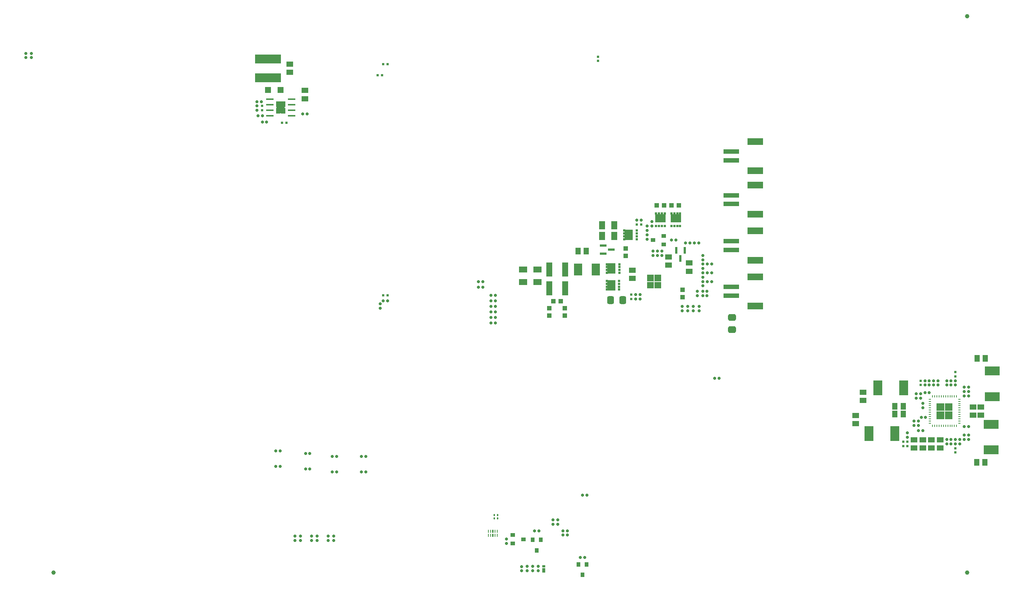
<source format=gbp>
G04 Layer_Color=128*
%FSLAX24Y24*%
%MOIN*%
G70*
G01*
G75*
G04:AMPARAMS|DCode=11|XSize=25.6mil|YSize=23.6mil|CornerRadius=5.9mil|HoleSize=0mil|Usage=FLASHONLY|Rotation=180.000|XOffset=0mil|YOffset=0mil|HoleType=Round|Shape=RoundedRectangle|*
%AMROUNDEDRECTD11*
21,1,0.0256,0.0118,0,0,180.0*
21,1,0.0138,0.0236,0,0,180.0*
1,1,0.0118,-0.0069,0.0059*
1,1,0.0118,0.0069,0.0059*
1,1,0.0118,0.0069,-0.0059*
1,1,0.0118,-0.0069,-0.0059*
%
%ADD11ROUNDEDRECTD11*%
G04:AMPARAMS|DCode=12|XSize=25.6mil|YSize=23.6mil|CornerRadius=5.9mil|HoleSize=0mil|Usage=FLASHONLY|Rotation=90.000|XOffset=0mil|YOffset=0mil|HoleType=Round|Shape=RoundedRectangle|*
%AMROUNDEDRECTD12*
21,1,0.0256,0.0118,0,0,90.0*
21,1,0.0138,0.0236,0,0,90.0*
1,1,0.0118,0.0059,0.0069*
1,1,0.0118,0.0059,-0.0069*
1,1,0.0118,-0.0059,-0.0069*
1,1,0.0118,-0.0059,0.0069*
%
%ADD12ROUNDEDRECTD12*%
%ADD13R,0.0197X0.0236*%
%ADD14R,0.0236X0.0197*%
%ADD17R,0.0610X0.0217*%
%ADD18C,0.0394*%
%ADD24R,0.0394X0.0433*%
%ADD28R,0.0531X0.0728*%
%ADD29R,0.0512X0.0591*%
G04:AMPARAMS|DCode=30|XSize=70.9mil|YSize=63mil|CornerRadius=15.7mil|HoleSize=0mil|Usage=FLASHONLY|Rotation=180.000|XOffset=0mil|YOffset=0mil|HoleType=Round|Shape=RoundedRectangle|*
%AMROUNDEDRECTD30*
21,1,0.0709,0.0315,0,0,180.0*
21,1,0.0394,0.0630,0,0,180.0*
1,1,0.0315,-0.0197,0.0157*
1,1,0.0315,0.0197,0.0157*
1,1,0.0315,0.0197,-0.0157*
1,1,0.0315,-0.0197,-0.0157*
%
%ADD30ROUNDEDRECTD30*%
%ADD31R,0.0335X0.0394*%
%ADD32R,0.0335X0.0394*%
%ADD36R,0.0433X0.0394*%
%ADD46R,0.0728X0.0531*%
%ADD49R,0.0394X0.0335*%
%ADD50R,0.0394X0.0335*%
G04:AMPARAMS|DCode=58|XSize=15.7mil|YSize=17.7mil|CornerRadius=3.9mil|HoleSize=0mil|Usage=FLASHONLY|Rotation=180.000|XOffset=0mil|YOffset=0mil|HoleType=Round|Shape=RoundedRectangle|*
%AMROUNDEDRECTD58*
21,1,0.0157,0.0098,0,0,180.0*
21,1,0.0079,0.0177,0,0,180.0*
1,1,0.0079,-0.0039,0.0049*
1,1,0.0079,0.0039,0.0049*
1,1,0.0079,0.0039,-0.0049*
1,1,0.0079,-0.0039,-0.0049*
%
%ADD58ROUNDEDRECTD58*%
%ADD59R,0.0079X0.0266*%
%ADD60R,0.0157X0.0266*%
%ADD69R,0.0591X0.0512*%
%ADD131R,0.1378X0.0787*%
%ADD132R,0.0787X0.1378*%
%ADD135R,0.0276X0.0413*%
%ADD136R,0.0276X0.0205*%
%ADD137O,0.0236X0.0094*%
%ADD138O,0.0094X0.0236*%
%ADD140R,0.2362X0.0787*%
%ADD141R,0.0551X0.0551*%
%ADD142R,0.0551X0.1299*%
%ADD143R,0.0754X0.1098*%
G04:AMPARAMS|DCode=144|XSize=70.9mil|YSize=63mil|CornerRadius=15.7mil|HoleSize=0mil|Usage=FLASHONLY|Rotation=90.000|XOffset=0mil|YOffset=0mil|HoleType=Round|Shape=RoundedRectangle|*
%AMROUNDEDRECTD144*
21,1,0.0709,0.0315,0,0,90.0*
21,1,0.0394,0.0630,0,0,90.0*
1,1,0.0315,0.0157,0.0197*
1,1,0.0315,0.0157,-0.0197*
1,1,0.0315,-0.0157,-0.0197*
1,1,0.0315,-0.0157,0.0197*
%
%ADD144ROUNDEDRECTD144*%
%ADD145R,0.0248X0.0197*%
%ADD146R,0.0748X0.0965*%
%ADD147R,0.0217X0.0610*%
%ADD148R,0.0197X0.0248*%
%ADD149R,0.0965X0.0748*%
%ADD151R,0.1417X0.0602*%
%ADD152R,0.1417X0.0433*%
%ADD281O,0.0707X0.0156*%
%ADD282R,0.0759X0.1101*%
%ADD283R,0.0010X0.0010*%
%ADD284O,0.0156X0.0014*%
%ADD285O,0.0014X0.0156*%
%ADD286R,0.0010X0.0010*%
G36*
X88171Y17330D02*
X87488Y17330D01*
X87488Y18013D01*
X88171Y18013D01*
X88171Y17330D01*
X88171Y17330D02*
G37*
G36*
X61189Y28383D02*
X60604Y28383D01*
X60604Y28968D01*
X61189Y28968D01*
X61189Y28383D01*
X61189Y28383D02*
G37*
G36*
X61853Y28383D02*
X61268Y28383D01*
X61268Y28968D01*
X61853Y28968D01*
X61853Y28383D01*
X61853Y28383D02*
G37*
G36*
X87409Y16569D02*
X86726Y16569D01*
X86726Y17252D01*
X87409Y17252D01*
X87409Y16569D01*
X87409Y16569D02*
G37*
G36*
X88171Y16569D02*
X87488Y16569D01*
X87488Y17252D01*
X88171Y17252D01*
X88171Y16569D01*
X88171Y16569D02*
G37*
G36*
X87409Y17330D02*
X86726Y17330D01*
X86726Y18013D01*
X87409Y18013D01*
X87409Y17330D01*
X87409Y17330D02*
G37*
G36*
X27909Y44195D02*
X27539Y44195D01*
X27539Y44711D01*
X27909Y44711D01*
X27909Y44195D01*
X27909Y44195D02*
G37*
G36*
X27461Y44789D02*
X27091Y44789D01*
X27091Y45305D01*
X27461Y45305D01*
X27461Y44789D01*
X27461Y44789D02*
G37*
G36*
X27909Y44789D02*
X27539Y44789D01*
X27539Y45305D01*
X27909Y45305D01*
X27909Y44789D01*
X27909Y44789D02*
G37*
G36*
X61189Y29047D02*
X60604Y29047D01*
X60604Y29632D01*
X61189Y29632D01*
X61189Y29047D01*
X61189Y29047D02*
G37*
G36*
X61853Y29047D02*
X61268Y29047D01*
X61268Y29632D01*
X61853Y29632D01*
X61853Y29047D01*
X61853Y29047D02*
G37*
G36*
X27461Y44195D02*
X27091Y44195D01*
X27091Y44711D01*
X27461Y44711D01*
X27461Y44195D01*
X27461Y44195D02*
G37*
D11*
X86071Y19653D02*
D03*
X86071Y20047D02*
D03*
X85677Y19653D02*
D03*
X85677Y20047D02*
D03*
X87646Y14732D02*
D03*
X87646Y14338D02*
D03*
X88039Y14732D02*
D03*
X88039Y14338D02*
D03*
X87646Y19653D02*
D03*
X87646Y20047D02*
D03*
X88039Y19653D02*
D03*
X88039Y20047D02*
D03*
X5000Y49250D02*
D03*
X5000Y49644D02*
D03*
X50250Y3250D02*
D03*
X50250Y2856D02*
D03*
X49250Y3247D02*
D03*
X49250Y2853D02*
D03*
X49750Y3250D02*
D03*
X49750Y2856D02*
D03*
X50750Y3250D02*
D03*
X50750Y2856D02*
D03*
X65120Y27728D02*
D03*
X65120Y28122D02*
D03*
X47874Y5335D02*
D03*
X47874Y5728D02*
D03*
X52520Y7067D02*
D03*
X52520Y7461D02*
D03*
X52087Y7067D02*
D03*
X52087Y7461D02*
D03*
X88433Y19653D02*
D03*
X88433Y20047D02*
D03*
X86858Y19653D02*
D03*
X86858Y20047D02*
D03*
X86465Y20047D02*
D03*
X86465Y19653D02*
D03*
X88433Y14338D02*
D03*
X88433Y14732D02*
D03*
X88827Y14338D02*
D03*
X88827Y14732D02*
D03*
X84102Y14929D02*
D03*
X84102Y15322D02*
D03*
X84890Y18472D02*
D03*
X84890Y18866D02*
D03*
X85283Y18866D02*
D03*
X85283Y18472D02*
D03*
X85480Y17606D02*
D03*
X85480Y18000D02*
D03*
X4500Y49250D02*
D03*
X4500Y49644D02*
D03*
X25354Y44894D02*
D03*
X25354Y44500D02*
D03*
X36500Y26603D02*
D03*
X36500Y26997D02*
D03*
X59949Y27826D02*
D03*
X59949Y27433D02*
D03*
X59556Y27433D02*
D03*
X59556Y27826D02*
D03*
X65300Y26750D02*
D03*
X65300Y26356D02*
D03*
X64750Y26750D02*
D03*
X64750Y26356D02*
D03*
X64250Y26750D02*
D03*
X64250Y26356D02*
D03*
X63750Y26750D02*
D03*
X63750Y26356D02*
D03*
X61130Y31370D02*
D03*
X61130Y31763D02*
D03*
X65620Y28614D02*
D03*
X65620Y29007D02*
D03*
X65620Y29401D02*
D03*
X65620Y29795D02*
D03*
X65620Y30189D02*
D03*
X65620Y30582D02*
D03*
X65620Y30976D02*
D03*
X65620Y31370D02*
D03*
X61524Y31763D02*
D03*
X61524Y31370D02*
D03*
X61918Y31763D02*
D03*
X61918Y31370D02*
D03*
X61032Y34421D02*
D03*
X61032Y34027D02*
D03*
X60599Y33633D02*
D03*
X60599Y34027D02*
D03*
X60599Y33240D02*
D03*
X60599Y32846D02*
D03*
X29276Y5606D02*
D03*
X29276Y6000D02*
D03*
X28776Y5606D02*
D03*
X28776Y6000D02*
D03*
X30776Y5606D02*
D03*
X30776Y6000D02*
D03*
X30276Y5606D02*
D03*
X30276Y6000D02*
D03*
X31776Y5606D02*
D03*
X31776Y6000D02*
D03*
X32276Y5606D02*
D03*
X32276Y6000D02*
D03*
D12*
X25354Y45262D02*
D03*
X25748Y45262D02*
D03*
X85480Y15519D02*
D03*
X85087Y15519D02*
D03*
X67080Y20264D02*
D03*
X66686Y20264D02*
D03*
X54553Y4050D02*
D03*
X54947Y4050D02*
D03*
X53386Y6083D02*
D03*
X52992Y6083D02*
D03*
X53386Y6476D02*
D03*
X52992Y6476D02*
D03*
X50433Y6476D02*
D03*
X50827Y6476D02*
D03*
X54764Y9685D02*
D03*
X55157Y9685D02*
D03*
X89614Y15126D02*
D03*
X89220Y15126D02*
D03*
X89220Y14732D02*
D03*
X89614Y14732D02*
D03*
X89614Y15913D02*
D03*
X89220Y15913D02*
D03*
X89614Y19456D02*
D03*
X89220Y19456D02*
D03*
X89614Y19063D02*
D03*
X89220Y19063D02*
D03*
X89614Y18669D02*
D03*
X89220Y18669D02*
D03*
X84693Y16011D02*
D03*
X85087Y16011D02*
D03*
X85087Y16405D02*
D03*
X84693Y16405D02*
D03*
X85343Y16740D02*
D03*
X85736Y16740D02*
D03*
X85677Y18964D02*
D03*
X86071Y18964D02*
D03*
X29488Y44159D02*
D03*
X29882Y44159D02*
D03*
X25846Y43441D02*
D03*
X26240Y43441D02*
D03*
X25453Y44000D02*
D03*
X25846Y44000D02*
D03*
X37144Y27250D02*
D03*
X36750Y27250D02*
D03*
X45356Y29000D02*
D03*
X45750Y29000D02*
D03*
X45356Y28500D02*
D03*
X45750Y28500D02*
D03*
X46900Y25250D02*
D03*
X46506Y25250D02*
D03*
X46506Y25750D02*
D03*
X46900Y25750D02*
D03*
X46506Y26250D02*
D03*
X46900Y26250D02*
D03*
X46506Y26750D02*
D03*
X46900Y26750D02*
D03*
X46506Y27250D02*
D03*
X46900Y27250D02*
D03*
X46506Y27750D02*
D03*
X46900Y27750D02*
D03*
X65613Y27728D02*
D03*
X66006Y27728D02*
D03*
X65613Y28122D02*
D03*
X66006Y28122D02*
D03*
X66408Y29007D02*
D03*
X66014Y29007D02*
D03*
X66408Y29795D02*
D03*
X66014Y29795D02*
D03*
X66408Y30582D02*
D03*
X66014Y30582D02*
D03*
X64853Y32500D02*
D03*
X65247Y32500D02*
D03*
X64447Y32500D02*
D03*
X64053Y32500D02*
D03*
X63197Y32748D02*
D03*
X62804Y32748D02*
D03*
X60048Y34571D02*
D03*
X59654Y34571D02*
D03*
X27050Y13700D02*
D03*
X27444Y13700D02*
D03*
X27050Y12300D02*
D03*
X27444Y12300D02*
D03*
X29744Y12050D02*
D03*
X30137Y12050D02*
D03*
X29744Y13450D02*
D03*
X30137Y13450D02*
D03*
X32150Y13200D02*
D03*
X32544Y13200D02*
D03*
X32150Y11800D02*
D03*
X32544Y11800D02*
D03*
X34800Y13185D02*
D03*
X35194Y13185D02*
D03*
X34800Y11785D02*
D03*
X35194Y11785D02*
D03*
D13*
X28012Y43372D02*
D03*
X27618Y43372D02*
D03*
X37144Y27750D02*
D03*
X36750Y27750D02*
D03*
X36772Y48650D02*
D03*
X37166Y48650D02*
D03*
X36666Y47650D02*
D03*
X36272Y47650D02*
D03*
X60048Y34177D02*
D03*
X59654Y34177D02*
D03*
D14*
X25827Y44500D02*
D03*
X25827Y44894D02*
D03*
X85283Y19653D02*
D03*
X85283Y20047D02*
D03*
X83709Y14535D02*
D03*
X83709Y14141D02*
D03*
X84102Y14535D02*
D03*
X84102Y14141D02*
D03*
X88433Y13944D02*
D03*
X88433Y13551D02*
D03*
X88433Y20441D02*
D03*
X88433Y20834D02*
D03*
X56169Y48953D02*
D03*
X56169Y49347D02*
D03*
X59162Y27433D02*
D03*
X59162Y27826D02*
D03*
D17*
X57364Y31900D02*
D03*
X56636Y32274D02*
D03*
X56636Y31526D02*
D03*
D18*
X89500Y2700D02*
D03*
X89500Y53000D02*
D03*
X7000Y2700D02*
D03*
D24*
X51760Y26586D02*
D03*
X51760Y25917D02*
D03*
X53158Y26586D02*
D03*
X53158Y25917D02*
D03*
X58650Y31315D02*
D03*
X58650Y31985D02*
D03*
X63788Y28259D02*
D03*
X63788Y27590D02*
D03*
D28*
X57629Y34106D02*
D03*
X56507Y34106D02*
D03*
X57629Y33122D02*
D03*
X56507Y33122D02*
D03*
D29*
X90376Y22050D02*
D03*
X91124Y22050D02*
D03*
X90352Y12650D02*
D03*
X91100Y12650D02*
D03*
X83709Y17015D02*
D03*
X82961Y17015D02*
D03*
X83709Y17724D02*
D03*
X82961Y17724D02*
D03*
X55089Y31776D02*
D03*
X54341Y31776D02*
D03*
D30*
X68250Y25750D02*
D03*
X68250Y24648D02*
D03*
D31*
X54750Y2500D02*
D03*
X54376Y3445D02*
D03*
X50630Y4705D02*
D03*
X50256Y5650D02*
D03*
D32*
X55124Y3445D02*
D03*
X51004Y5650D02*
D03*
D36*
X52804Y27236D02*
D03*
X52134Y27236D02*
D03*
X62804Y35897D02*
D03*
X63473Y35897D02*
D03*
X61445Y35897D02*
D03*
X62115Y35897D02*
D03*
D46*
X50697Y28968D02*
D03*
X50697Y30090D02*
D03*
X49398Y28968D02*
D03*
X49398Y30090D02*
D03*
D49*
X49409Y5709D02*
D03*
X48465Y5335D02*
D03*
X61130Y32748D02*
D03*
X62075Y33122D02*
D03*
D50*
X48465Y6083D02*
D03*
X62075Y32374D02*
D03*
D58*
X46800Y7888D02*
D03*
X46800Y7612D02*
D03*
X47100Y7888D02*
D03*
X47100Y7612D02*
D03*
D59*
X46847Y6078D02*
D03*
X47044Y6078D02*
D03*
X46256Y6078D02*
D03*
X46453Y6078D02*
D03*
X47044Y6422D02*
D03*
X46847Y6422D02*
D03*
X46453Y6422D02*
D03*
X46256Y6422D02*
D03*
D60*
X46650Y6078D02*
D03*
X46650Y6422D02*
D03*
D69*
X90717Y17665D02*
D03*
X90717Y16917D02*
D03*
X90008Y17665D02*
D03*
X90008Y16917D02*
D03*
X80100Y18252D02*
D03*
X80100Y19000D02*
D03*
X79439Y16902D02*
D03*
X79439Y16154D02*
D03*
X84693Y13964D02*
D03*
X84693Y14712D02*
D03*
X85480Y13964D02*
D03*
X85480Y14712D02*
D03*
X86268Y13964D02*
D03*
X86268Y14712D02*
D03*
X87055Y13964D02*
D03*
X87055Y14712D02*
D03*
X28307Y47919D02*
D03*
X28307Y48667D02*
D03*
X29685Y46285D02*
D03*
X29685Y45537D02*
D03*
X59260Y29283D02*
D03*
X59260Y30031D02*
D03*
X64383Y29946D02*
D03*
X64383Y30694D02*
D03*
X62508Y30485D02*
D03*
X62508Y31233D02*
D03*
D131*
X91750Y18600D02*
D03*
X91750Y20923D02*
D03*
X91650Y16111D02*
D03*
X91650Y13789D02*
D03*
D132*
X83761Y19400D02*
D03*
X81439Y19400D02*
D03*
X82961Y15250D02*
D03*
X80639Y15250D02*
D03*
D135*
X51250Y2890D02*
D03*
D136*
X51250Y3250D02*
D03*
D137*
X88787Y18374D02*
D03*
X88787Y18177D02*
D03*
X88787Y17980D02*
D03*
X88787Y17783D02*
D03*
X88787Y17586D02*
D03*
X88787Y17389D02*
D03*
X88787Y17193D02*
D03*
X88787Y16996D02*
D03*
X88787Y16799D02*
D03*
X88787Y16602D02*
D03*
X88787Y16405D02*
D03*
X88787Y16208D02*
D03*
X86110Y16208D02*
D03*
X86110Y16405D02*
D03*
X86110Y16602D02*
D03*
X86110Y16799D02*
D03*
X86110Y16996D02*
D03*
X86110Y17193D02*
D03*
X86110Y17389D02*
D03*
X86110Y17586D02*
D03*
X86110Y17783D02*
D03*
X86110Y17980D02*
D03*
X86110Y18177D02*
D03*
X86110Y18374D02*
D03*
D138*
X88532Y15952D02*
D03*
X88335Y15952D02*
D03*
X88138Y15952D02*
D03*
X87941Y15952D02*
D03*
X87744Y15952D02*
D03*
X87547Y15952D02*
D03*
X87350Y15952D02*
D03*
X87154Y15952D02*
D03*
X86957Y15952D02*
D03*
X86760Y15952D02*
D03*
X86563Y15952D02*
D03*
X86366Y15952D02*
D03*
X86366Y18630D02*
D03*
X86563Y18630D02*
D03*
X86760Y18630D02*
D03*
X86957Y18630D02*
D03*
X87154Y18630D02*
D03*
X87350Y18630D02*
D03*
X87547Y18630D02*
D03*
X87744Y18630D02*
D03*
X87941Y18630D02*
D03*
X88138Y18630D02*
D03*
X88335Y18630D02*
D03*
X88532Y18630D02*
D03*
D140*
X26358Y47447D02*
D03*
X26358Y49140D02*
D03*
D141*
X26358Y46325D02*
D03*
X27500Y46325D02*
D03*
D142*
X51760Y30090D02*
D03*
X53178Y30090D02*
D03*
X53178Y28397D02*
D03*
X51760Y28397D02*
D03*
D143*
X55953Y30110D02*
D03*
X54349Y30110D02*
D03*
D144*
X58394Y27334D02*
D03*
X57292Y27334D02*
D03*
D145*
X58073Y28289D02*
D03*
X58073Y28545D02*
D03*
X58073Y28801D02*
D03*
X58073Y29057D02*
D03*
X56943Y28289D02*
D03*
X56943Y28545D02*
D03*
X56943Y28801D02*
D03*
X56943Y29057D02*
D03*
X58089Y29805D02*
D03*
X58089Y30061D02*
D03*
X58089Y30317D02*
D03*
X58089Y30572D02*
D03*
X56959Y29805D02*
D03*
X56959Y30061D02*
D03*
X56959Y30317D02*
D03*
X56959Y30572D02*
D03*
X59650Y32846D02*
D03*
X59650Y33102D02*
D03*
X59650Y33358D02*
D03*
X59650Y33614D02*
D03*
X58520Y32846D02*
D03*
X58520Y33102D02*
D03*
X58520Y33358D02*
D03*
X58520Y33614D02*
D03*
D146*
X57355Y28673D02*
D03*
X57370Y30189D02*
D03*
X58931Y33230D02*
D03*
D147*
X63600Y31086D02*
D03*
X63974Y31814D02*
D03*
X63226Y31814D02*
D03*
D148*
X62804Y34027D02*
D03*
X63059Y34027D02*
D03*
X63315Y34027D02*
D03*
X63571Y34027D02*
D03*
X62804Y35157D02*
D03*
X63059Y35157D02*
D03*
X63315Y35157D02*
D03*
X63571Y35157D02*
D03*
X61406Y34027D02*
D03*
X61662Y34027D02*
D03*
X61918Y34027D02*
D03*
X62174Y34027D02*
D03*
X61406Y35157D02*
D03*
X61662Y35157D02*
D03*
X61918Y35157D02*
D03*
X62174Y35157D02*
D03*
D149*
X63187Y34746D02*
D03*
X61790Y34746D02*
D03*
D151*
X70358Y35089D02*
D03*
X70358Y37727D02*
D03*
X70358Y39039D02*
D03*
X70358Y41677D02*
D03*
X70358Y30946D02*
D03*
X70358Y33583D02*
D03*
X70358Y26803D02*
D03*
X70358Y29441D02*
D03*
D152*
X68193Y36015D02*
D03*
X68193Y36802D02*
D03*
X68193Y39965D02*
D03*
X68193Y40752D02*
D03*
X68193Y31871D02*
D03*
X68193Y32658D02*
D03*
X68193Y27728D02*
D03*
X68193Y28515D02*
D03*
D281*
X28484Y45500D02*
D03*
X28484Y45000D02*
D03*
X28484Y44500D02*
D03*
X28484Y44000D02*
D03*
X26516Y44000D02*
D03*
X26516Y44500D02*
D03*
X26516Y45000D02*
D03*
X26516Y45500D02*
D03*
D282*
X27500Y44750D02*
D03*
D283*
X87449Y17291D02*
D03*
D284*
X62174Y29696D02*
D03*
X62174Y29500D02*
D03*
X62174Y29303D02*
D03*
X62174Y29106D02*
D03*
X62174Y28909D02*
D03*
X62174Y28712D02*
D03*
X62174Y28515D02*
D03*
X62174Y28319D02*
D03*
X60284Y28319D02*
D03*
X60284Y28515D02*
D03*
X60284Y28712D02*
D03*
X60284Y28909D02*
D03*
X60284Y29106D02*
D03*
X60284Y29303D02*
D03*
X60284Y29500D02*
D03*
X60284Y29696D02*
D03*
D285*
X61918Y28063D02*
D03*
X61721Y28063D02*
D03*
X61524Y28063D02*
D03*
X61327Y28063D02*
D03*
X61130Y28063D02*
D03*
X60933Y28063D02*
D03*
X60737Y28063D02*
D03*
X60540Y28063D02*
D03*
X60540Y29952D02*
D03*
X60737Y29952D02*
D03*
X60933Y29952D02*
D03*
X61130Y29952D02*
D03*
X61327Y29952D02*
D03*
X61524Y29952D02*
D03*
X61721Y29952D02*
D03*
X61918Y29952D02*
D03*
D286*
X61229Y29007D02*
D03*
M02*

</source>
